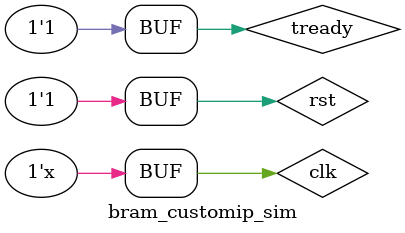
<source format=v>
`timescale 1ns / 1ps


module bram_customip_sim();

wire [47:0] tdata;
wire tlast, tvalid;
reg clk, rst;
reg tready;

initial begin
clk = 1'b0;
rst = 1'b0;
tready = 1'b1;

#300
rst = 1'b1;

#100
tready = 1'b1;
//tready = 1'b1;

#22210
tready = 1'b1;

#300
tready = 1'b1;


end


always #10 clk = ~clk;


 bram_customip_wrapper dma
   (
    .M00_AXIS_0_tdata(tdata),
    .M00_AXIS_0_tlast(tlast),
    .M00_AXIS_0_tready(tready),
    .M00_AXIS_0_tstrb(),
    .M00_AXIS_0_tvalid(tvalid),
    .m00_axis_aclk_0(clk),
    .m00_axis_aresetn_0(rst)
     );

endmodule

</source>
